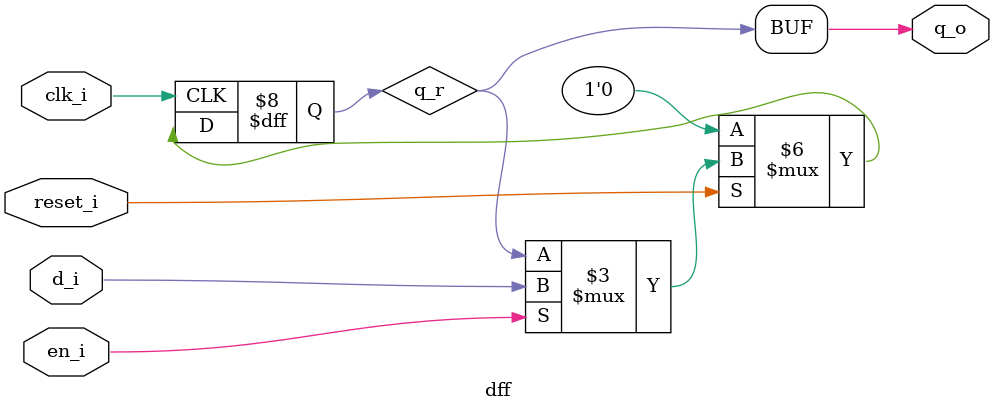
<source format=sv>
/* Generated by Yosys 0.45 (git sha1 9ed031ddd, clang++ 14.0.0-1ubuntu1.1 -fPIC -O3) */

(* top =  1  *)
(* \library  = "work" *)
(* hdlname = "dff" *)
(* src = "dff.sv:5.8-5.11" *)
module dff(reset_i, d_i, en_i, q_o, clk_i);
  (* src = "dff.sv:7.16-7.21" *)
  input clk_i;
  wire clk_i;
  (* src = "dff.sv:9.16-9.19" *)
  input d_i;
  wire d_i;
  (* src = "dff.sv:10.16-10.20" *)
  input en_i;
  wire en_i;
  (* src = "dff.sv:11.17-11.20" *)
  output q_o;
  wire q_o;
  (* src = "dff.sv:14.16-14.19" *)
  reg q_r;
  (* src = "dff.sv:8.16-8.23" *)
  input reset_i;
  wire reset_i;
  (* src = "dff.sv:26.10-28.31" *)
  always @(posedge clk_i)
    if (!reset_i) q_r <= 1'h0;
    else if (en_i) q_r <= d_i;
  assign q_o = q_r;
endmodule

</source>
